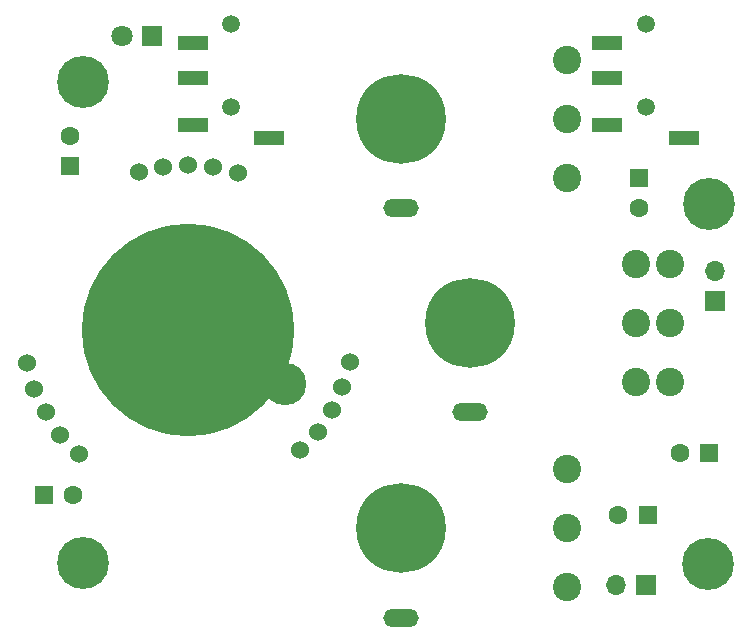
<source format=gbs>
G04 #@! TF.GenerationSoftware,KiCad,Pcbnew,(6.0.5)*
G04 #@! TF.CreationDate,2022-05-30T10:59:04+08:00*
G04 #@! TF.ProjectId,miniaf1,6d696e69-6166-4312-9e6b-696361645f70,rev?*
G04 #@! TF.SameCoordinates,Original*
G04 #@! TF.FileFunction,Soldermask,Bot*
G04 #@! TF.FilePolarity,Negative*
%FSLAX46Y46*%
G04 Gerber Fmt 4.6, Leading zero omitted, Abs format (unit mm)*
G04 Created by KiCad (PCBNEW (6.0.5)) date 2022-05-30 10:59:04*
%MOMM*%
%LPD*%
G01*
G04 APERTURE LIST*
%ADD10C,4.400000*%
%ADD11O,3.000000X1.500000*%
%ADD12C,7.600000*%
%ADD13C,2.400000*%
%ADD14R,1.800000X1.800000*%
%ADD15C,1.800000*%
%ADD16C,3.600000*%
%ADD17C,18.000000*%
%ADD18C,1.524000*%
%ADD19R,1.700000X1.700000*%
%ADD20O,1.700000X1.700000*%
%ADD21C,1.500000*%
%ADD22R,2.500000X1.200000*%
%ADD23R,1.600000X1.600000*%
%ADD24C,1.600000*%
G04 APERTURE END LIST*
D10*
X86230000Y-62730000D03*
X139230000Y-72980000D03*
D11*
X113157700Y-108057000D03*
D12*
X113157700Y-100457000D03*
D13*
X127207700Y-105457000D03*
X127207700Y-100457000D03*
X127207700Y-95457000D03*
D14*
X92075000Y-58801000D03*
D15*
X89535000Y-58801000D03*
D16*
X103296922Y-88274806D03*
D17*
X95090000Y-83660000D03*
D18*
X90974679Y-70332055D03*
X93006730Y-69851670D03*
X97174421Y-69870323D03*
X99310062Y-70369361D03*
X108783267Y-86377434D03*
X108147626Y-88476472D03*
X106093332Y-92318330D03*
X104574679Y-93887945D03*
X85908465Y-94157114D03*
X84288849Y-92551858D03*
X82038849Y-88654744D03*
X81458465Y-86449488D03*
X95052886Y-69725717D03*
X107276091Y-90496929D03*
X83059247Y-90622124D03*
D12*
X118970700Y-83058000D03*
D11*
X118970700Y-90658000D03*
D13*
X133020700Y-88058000D03*
X133020700Y-83058000D03*
X133020700Y-78058000D03*
X135870700Y-88058000D03*
X135870700Y-83058000D03*
X135870700Y-78058000D03*
D10*
X86230000Y-103380000D03*
X139160000Y-103510000D03*
D11*
X113156700Y-73386000D03*
D12*
X113156700Y-65786000D03*
D13*
X127206700Y-70786000D03*
X127206700Y-65786000D03*
X127206700Y-60786000D03*
D19*
X133830000Y-105250000D03*
D20*
X131290000Y-105250000D03*
D21*
X98729000Y-64766500D03*
X98729000Y-57766500D03*
D22*
X95479000Y-62366500D03*
X95479000Y-59366500D03*
X101979000Y-67466500D03*
X95479000Y-66366500D03*
D23*
X134040000Y-99360000D03*
D24*
X131540000Y-99360000D03*
D21*
X133858000Y-57766500D03*
X133858000Y-64766500D03*
D22*
X130608000Y-62366500D03*
X130608000Y-59366500D03*
X137108000Y-67466500D03*
X130608000Y-66366500D03*
D23*
X139240000Y-94110000D03*
D24*
X136740000Y-94110000D03*
D23*
X133310000Y-70857600D03*
D24*
X133310000Y-73357600D03*
D19*
X139750000Y-81255000D03*
D20*
X139750000Y-78715000D03*
D23*
X82868900Y-97663000D03*
D24*
X85368900Y-97663000D03*
D23*
X85090000Y-69785100D03*
D24*
X85090000Y-67285100D03*
M02*

</source>
